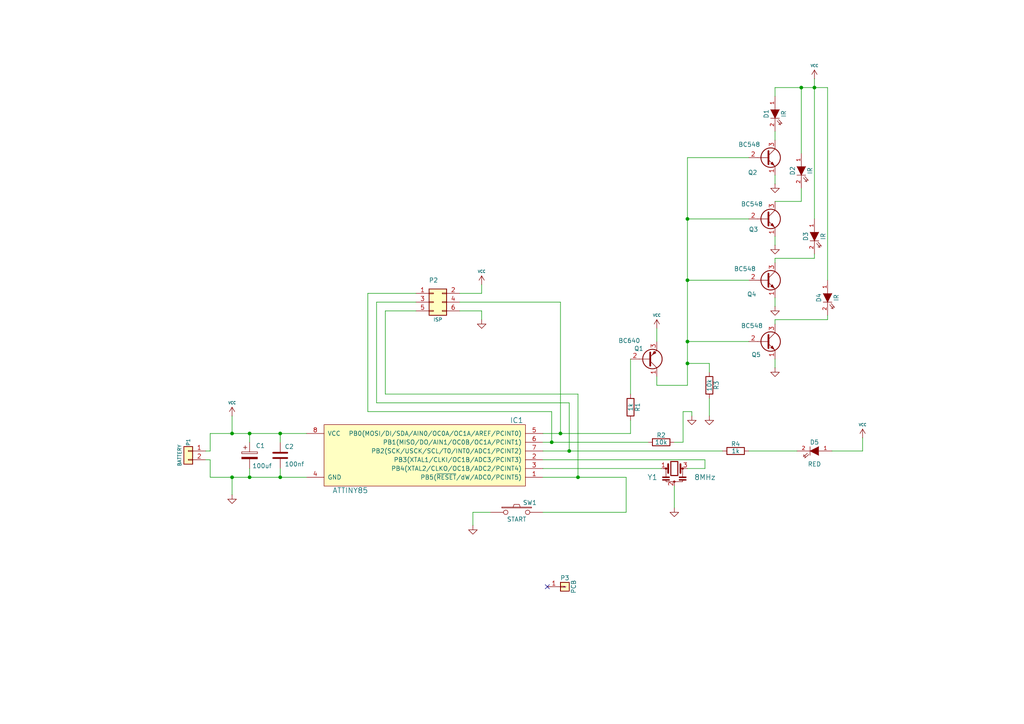
<source format=kicad_sch>
(kicad_sch (version 20250114) (generator "eeschema") (generator_version "9.0")
  (paper "A4")
  (title_block (date "2025-03-19"))
  (lib_symbols
    (symbol "Connector_Generic:Conn_01x01" (pin_names (offset 1.016) (hide yes))
      (property "Reference" "J" (at 0 2.54 0))
      (property "Value" "Conn_01x01" (at 0 -2.54 0))
      (symbol "Conn_01x01_1_1"
        (rectangle (start -1.27 1.27) (end 1.27 -1.27) (stroke (width 0.254)) (fill (type background)))
        (rectangle (start -1.27 0.127) (end 0 -0.127) (stroke (width 0.1524)))
        (pin passive line (at -5.08 0 0) (length 3.81) (name "Pin_1") (number "1"))
      )
    )
    (symbol "Connector_Generic:Conn_01x02" (pin_names (offset 1.016) (hide yes))
      (property "Reference" "J" (at 0 2.54 0))
      (property "Value" "Conn_01x02" (at 0 -5.08 0))
      (symbol "Conn_01x02_1_1"
        (rectangle (start -1.27 1.27) (end 1.27 -3.81) (stroke (width 0.254)) (fill (type background)))
        (rectangle (start -1.27 0.127) (end 0 -0.127) (stroke (width 0.1524)))
        (rectangle (start -1.27 -2.413) (end 0 -2.667) (stroke (width 0.1524)))
        (pin passive line (at -5.08 0 0) (length 3.81) (name "Pin_1") (number "1"))
        (pin passive line (at -5.08 -2.54 0) (length 3.81) (name "Pin_2") (number "2"))
      )
    )
    (symbol "Connector_Generic:Conn_02x03_Odd_Even" (pin_names (offset 1.016) (hide yes))
      (property "Reference" "J" (at 1.27 5.08 0))
      (property "Value" "Conn_02x03_Odd_Even" (at 1.27 -5.08 0))
      (symbol "Conn_02x03_Odd_Even_1_1"
        (rectangle (start -1.27 3.81) (end 3.81 -3.81) (stroke (width 0.254)) (fill (type background)))
        (rectangle (start -1.27 2.667) (end 0 2.413) (stroke (width 0.1524)))
        (rectangle (start -1.27 0.127) (end 0 -0.127) (stroke (width 0.1524)))
        (rectangle (start -1.27 -2.413) (end 0 -2.667) (stroke (width 0.1524)))
        (rectangle (start 3.81 2.667) (end 2.54 2.413) (stroke (width 0.1524)))
        (rectangle (start 3.81 0.127) (end 2.54 -0.127) (stroke (width 0.1524)))
        (rectangle (start 3.81 -2.413) (end 2.54 -2.667) (stroke (width 0.1524)))
        (pin passive line (at -5.08 2.54 0) (length 3.81) (name "Pin_1") (number "1"))
        (pin passive line (at -5.08 0 0) (length 3.81) (name "Pin_3") (number "3"))
        (pin passive line (at -5.08 -2.54 0) (length 3.81) (name "Pin_5") (number "5"))
        (pin passive line (at 7.62 2.54 180) (length 3.81) (name "Pin_2") (number "2"))
        (pin passive line (at 7.62 0 180) (length 3.81) (name "Pin_4") (number "4"))
        (pin passive line (at 7.62 -2.54 180) (length 3.81) (name "Pin_6") (number "6"))
      )
    )
    (symbol "Device:C" (pin_numbers (hide yes)) (pin_names (offset 0.254))
      (property "Reference" "C" (at 0.635 2.54 0))
      (property "Value" "C" (at 0.635 -2.54 0))
      (symbol "C_0_1"
        (polyline (pts (xy -2.032 0.762) (xy 2.032 0.762)) (stroke (width 0.508)))
        (polyline (pts (xy -2.032 -0.762) (xy 2.032 -0.762)) (stroke (width 0.508)))
      )
      (symbol "C_1_1"
        (pin passive line (at 0 3.81 270) (length 2.794) (name "~") (number "1"))
        (pin passive line (at 0 -3.81 90) (length 2.794) (name "~") (number "2"))
      )
    )
    (symbol "Device:C_Polarized" (pin_numbers (hide yes)) (pin_names (offset 0.254))
      (property "Reference" "C" (at 0.635 2.54 0))
      (property "Value" "C_Polarized" (at 0.635 -2.54 0))
      (symbol "C_Polarized_0_1"
        (rectangle (start -2.286 0.508) (end 2.286 1.016))
        (polyline (pts (xy -1.778 2.286) (xy -0.762 2.286)))
        (polyline (pts (xy -1.27 2.794) (xy -1.27 1.778)))
        (rectangle (start 2.286 -0.508) (end -2.286 -1.016) (fill (type outline)))
      )
      (symbol "C_Polarized_1_1"
        (pin passive line (at 0 3.81 270) (length 2.794) (name "~") (number "1"))
        (pin passive line (at 0 -3.81 90) (length 2.794) (name "~") (number "2"))
      )
    )
    (symbol "Device:R" (pin_numbers (hide yes)) (pin_names (offset 0))
      (property "Reference" "R" (at 2.032 0 90))
      (property "Value" "R" (at 0 0 90))
      (symbol "R_0_1"
        (rectangle (start -1.016 -2.54) (end 1.016 2.54) (stroke (width 0.254)))
      )
      (symbol "R_1_1"
        (pin passive line (at 0 3.81 270) (length 1.27) (name "~") (number "1"))
        (pin passive line (at 0 -3.81 90) (length 1.27) (name "~") (number "2"))
      )
    )
    (symbol "Device:Resonator" (pin_names (offset 1.016) (hide yes))
      (property "Reference" "Y" (at 0 5.715 0))
      (property "Value" "Resonator" (at 0 3.81 0))
      (symbol "Resonator_0_1"
        (rectangle (start -3.429 -2.413) (end -1.397 -2.667) (fill (type outline)))
        (rectangle (start -3.429 -3.175) (end -1.397 -3.429) (fill (type outline)))
        (circle (center -2.413 0) (radius 0.254) (fill (type outline)))
        (polyline (pts (xy -2.413 -2.413) (xy -2.413 0)))
        (polyline (pts (xy -1.905 0) (xy -3.175 0)))
        (polyline (pts (xy -1.778 -1.27) (xy -1.778 1.27)) (stroke (width 0.508)))
        (rectangle (start -1.016 2.032) (end 1.016 -2.032) (stroke (width 0.3048)))
        (circle (center 0 -3.81) (radius 0.254) (fill (type outline)))
        (rectangle (start 1.397 -2.413) (end 3.429 -2.667) (fill (type outline)))
        (rectangle (start 1.397 -3.175) (end 3.429 -3.429) (fill (type outline)))
        (polyline (pts (xy 1.778 -1.27) (xy 1.778 1.27)) (stroke (width 0.508)))
        (polyline (pts (xy 1.905 0) (xy 2.54 0)))
        (polyline (pts (xy 2.413 0) (xy 2.413 -2.54)))
        (circle (center 2.413 0) (radius 0.254) (fill (type outline)))
        (polyline (pts (xy 2.413 -3.302) (xy 2.413 -3.81) (xy -2.413 -3.81) (xy -2.413 -3.302)))
      )
      (symbol "Resonator_1_1"
        (pin passive line (at -3.81 0 0) (length 1.27) (name "1") (number "1"))
        (pin passive line (at 0 -5.08 90) (length 1.27) (name "2") (number "2"))
        (pin passive line (at 3.81 0 180) (length 1.27) (name "3") (number "3"))
      )
    )
    (symbol "Transistor_BJT:BC212" (pin_names (offset 0) (hide yes))
      (property "Reference" "Q" (at 5.08 1.905 0))
      (property "Value" "BC212" (at 5.08 0 0))
      (symbol "BC212_0_1"
        (polyline (pts (xy -2.54 0) (xy 0.635 0)))
        (polyline (pts (xy 0.635 1.905) (xy 0.635 -1.905)) (stroke (width 0.508)))
        (polyline (pts (xy 0.635 0.635) (xy 2.54 2.54)))
        (polyline (pts (xy 0.635 -0.635) (xy 2.54 -2.54)))
        (circle (center 1.27 0) (radius 2.8194) (stroke (width 0.254)))
        (polyline (pts (xy 2.286 -1.778) (xy 1.778 -2.286) (xy 1.27 -1.27) (xy 2.286 -1.778)) (fill (type outline)))
      )
      (symbol "BC212_1_1"
        (pin input line (at -5.08 0 0) (length 2.54) (name "B") (number "2"))
        (pin passive line (at 2.54 5.08 270) (length 2.54) (name "C") (number "1"))
        (pin passive line (at 2.54 -5.08 90) (length 2.54) (name "E") (number "3"))
      )
    )
    (symbol "Transistor_BJT:Q_NPN_EBC" (pin_names (offset 0) (hide yes))
      (property "Reference" "Q" (at 5.08 1.27 0))
      (property "Value" "Q_NPN_EBC" (at 5.08 -1.27 0))
      (symbol "Q_NPN_EBC_0_1"
        (polyline (pts (xy -2.54 0) (xy 0.635 0)))
        (polyline (pts (xy 0.635 1.905) (xy 0.635 -1.905)) (stroke (width 0.508)))
        (circle (center 1.27 0) (radius 2.8194) (stroke (width 0.254)))
      )
      (symbol "Q_NPN_EBC_1_1"
        (polyline (pts (xy 0.635 0.635) (xy 2.54 2.54)))
        (polyline (pts (xy 0.635 -0.635) (xy 2.54 -2.54)))
        (polyline (pts (xy 1.27 -1.778) (xy 1.778 -1.27) (xy 2.286 -2.286) (xy 1.27 -1.778)) (fill (type outline)))
        (pin input line (at -5.08 0 0) (length 2.54) (name "B") (number "2"))
        (pin passive line (at 2.54 5.08 270) (length 2.54) (name "C") (number "3"))
        (pin passive line (at 2.54 -5.08 90) (length 2.54) (name "E") (number "1"))
      )
    )
    (symbol "matts_components:ATTINY85-P" (pin_names (offset 1.016))
      (property "Reference" "IC" (at 2.54 1.27 0))
      (property "Value" "ATTINY85-P" (at 50.8 -19.05 0))
      (symbol "ATTINY85-P_0_1"
        (rectangle (start 0 0) (end 58.42 -17.78) (fill (type background)))
      )
      (symbol "ATTINY85-P_1_1"
        (pin bidirectional line (at -5.08 -2.54 0) (length 5.08) (name "PB0(MOSI/DI/SDA/AIN0/OC0A/OC1A/AREF/PCINT0)") (number "5"))
        (pin bidirectional line (at -5.08 -5.08 0) (length 5.08) (name "PB1(MISO/DO/AIN1/OC0B/OC1A/PCINT1)") (number "6"))
        (pin bidirectional line (at -5.08 -7.62 0) (length 5.08) (name "PB2(SCK/USCK/SCL/T0/INT0/ADC1/PCINT2)") (number "7"))
        (pin bidirectional line (at -5.08 -10.16 0) (length 5.08) (name "PB3(XTAL1/CLKI/OC1B/ADC3/PCINT3)") (number "2"))
        (pin bidirectional line (at -5.08 -12.7 0) (length 5.08) (name "PB4(XTAL2/CLKO/OC1B/ADC2/PCINT4)") (number "3"))
        (pin bidirectional line (at -5.08 -15.24 0) (length 5.08) (name "PB5(~{RESET}/dW/ADC0/PCINT5)") (number "1"))
        (pin power_in line (at 63.5 -2.54 180) (length 5.08) (name "VCC") (number "8"))
        (pin power_in line (at 63.5 -15.24 180) (length 5.08) (name "GND") (number "4"))
      )
    )
    (symbol "matts_components:LED" (pin_names (offset 1.016) (hide yes))
      (property "Reference" "D" (at 0 2.54 0))
      (property "Value" "LED" (at 0 -2.54 0))
      (symbol "LED_0_1"
        (polyline (pts (xy -2.032 -0.635) (xy -3.175 -1.651) (xy -3.048 -1.016)))
        (polyline (pts (xy -1.651 -1.016) (xy -2.794 -2.032) (xy -2.667 -1.397)))
        (polyline (pts (xy -1.27 1.27) (xy -1.27 -1.27)))
        (polyline (pts (xy 1.27 1.27) (xy -1.27 0) (xy 1.27 -1.27)) (fill (type outline)))
      )
      (symbol "LED_1_1"
        (pin passive line (at -5.08 0 0) (length 3.81) (name "K") (number "2"))
        (pin passive line (at 5.08 0 180) (length 3.81) (name "A") (number "1"))
      )
    )
    (symbol "matts_components:SW_PUSH" (pin_numbers (hide yes)) (pin_names (offset 1.016) (hide yes))
      (property "Reference" "SW" (at 3.81 2.794 0))
      (property "Value" "SW_PUSH" (at 0 -2.032 0))
      (symbol "SW_PUSH_0_1"
        (rectangle (start -4.318 1.27) (end 4.318 1.524))
        (polyline (pts (xy -1.016 1.524) (xy -0.762 2.286) (xy 0.762 2.286) (xy 1.016 1.524)))
        (pin passive inverted (at -7.62 0 0) (length 5.08) (name "1") (number "1"))
        (pin passive inverted (at 7.62 0 180) (length 5.08) (name "2") (number "2"))
      )
    )
    (symbol "power:GND" (power) (pin_numbers (hide yes)) (pin_names (offset 0) (hide yes))
      (property "Value" "GND" (at 0 -3.81 0))
      (symbol "GND_0_1"
        (polyline (pts (xy 0 0) (xy 0 -1.27) (xy 1.27 -1.27) (xy 0 -2.54) (xy -1.27 -1.27) (xy 0 -1.27)))
      )
      (symbol "GND_1_1"
        (pin power_in line (at 0 0 270) (length 0) (name "~") (number "1"))
      )
    )
    (symbol "power:VCC" (power) (pin_numbers (hide yes)) (pin_names (offset 0) (hide yes))
      (property "Value" "VCC" (at 0 3.556 0))
      (symbol "VCC_0_1"
        (polyline (pts (xy -0.762 1.27) (xy 0 2.54)))
        (polyline (pts (xy 0 2.54) (xy 0.762 1.27)))
        (polyline (pts (xy 0 0) (xy 0 2.54)))
      )
      (symbol "VCC_1_1"
        (pin power_in line (at 0 0 90) (length 0) (name "~") (number "1"))
      )
    )
  )
  (junction (at 160.02 128.27))
  (junction (at 67.31 125.73))
  (junction (at 72.39 125.73))
  (junction (at 81.28 125.73))
  (junction (at 199.39 99.06))
  (junction (at 72.39 138.43))
  (junction (at 236.22 25.4))
  (junction (at 81.28 138.43))
  (junction (at 232.41 25.4))
  (junction (at 165.1 130.81))
  (junction (at 162.56 125.73))
  (junction (at 199.39 81.28))
  (junction (at 199.39 63.5))
  (junction (at 67.31 138.43))
  (junction (at 167.64 138.43))
  (junction (at 199.39 105.41))
  (no_connect (at 158.75 170.18))
  (wire (pts (xy 157.48 135.89) (xy 191.77 135.89)))
  (wire (pts (xy 60.96 133.35) (xy 60.96 138.43)))
  (wire (pts (xy 181.61 148.59) (xy 157.48 148.59)))
  (wire (pts (xy 232.41 58.42) (xy 232.41 54.61)))
  (wire (pts (xy 200.66 119.38) (xy 198.12 119.38)))
  (wire (pts (xy 67.31 138.43) (xy 72.39 138.43)))
  (wire (pts (xy 60.96 138.43) (xy 67.31 138.43)))
  (wire (pts (xy 72.39 135.89) (xy 72.39 138.43)))
  (wire (pts (xy 72.39 125.73) (xy 67.31 125.73)))
  (wire (pts (xy 224.79 25.4) (xy 232.41 25.4)))
  (wire (pts (xy 217.17 130.81) (xy 231.14 130.81)))
  (wire (pts (xy 106.68 85.09) (xy 120.65 85.09)))
  (wire (pts (xy 165.1 116.84) (xy 165.1 130.81)))
  (wire (pts (xy 109.22 116.84) (xy 165.1 116.84)))
  (wire (pts (xy 182.88 104.14) (xy 182.88 114.3)))
  (wire (pts (xy 224.79 40.64) (xy 224.79 38.1)))
  (wire (pts (xy 205.74 107.95) (xy 205.74 105.41)))
  (wire (pts (xy 224.79 88.9) (xy 224.79 86.36)))
  (wire (pts (xy 198.12 119.38) (xy 198.12 128.27)))
  (wire (pts (xy 109.22 87.63) (xy 120.65 87.63)))
  (wire (pts (xy 199.39 81.28) (xy 199.39 63.5)))
  (wire (pts (xy 133.35 85.09) (xy 139.7 85.09)))
  (wire (pts (xy 67.31 125.73) (xy 67.31 120.65)))
  (wire (pts (xy 181.61 138.43) (xy 181.61 148.59)))
  (wire (pts (xy 162.56 87.63) (xy 162.56 125.73)))
  (wire (pts (xy 160.02 128.27) (xy 187.96 128.27)))
  (wire (pts (xy 133.35 90.17) (xy 139.7 90.17)))
  (wire (pts (xy 157.48 133.35) (xy 204.47 133.35)))
  (wire (pts (xy 162.56 125.73) (xy 157.48 125.73)))
  (wire (pts (xy 217.17 45.72) (xy 199.39 45.72)))
  (wire (pts (xy 240.03 25.4) (xy 240.03 81.28)))
  (wire (pts (xy 195.58 140.97) (xy 195.58 147.32)))
  (wire (pts (xy 81.28 138.43) (xy 88.9 138.43)))
  (wire (pts (xy 88.9 125.73) (xy 81.28 125.73)))
  (wire (pts (xy 199.39 135.89) (xy 204.47 135.89)))
  (wire (pts (xy 111.76 114.3) (xy 111.76 90.17)))
  (wire (pts (xy 81.28 125.73) (xy 81.28 128.27)))
  (wire (pts (xy 59.69 133.35) (xy 60.96 133.35)))
  (wire (pts (xy 241.3 130.81) (xy 250.19 130.81)))
  (wire (pts (xy 236.22 25.4) (xy 236.22 22.86)))
  (wire (pts (xy 199.39 63.5) (xy 199.39 45.72)))
  (wire (pts (xy 199.39 105.41) (xy 199.39 99.06)))
  (wire (pts (xy 217.17 99.06) (xy 199.39 99.06)))
  (wire (pts (xy 232.41 25.4) (xy 236.22 25.4)))
  (wire (pts (xy 224.79 27.94) (xy 224.79 25.4)))
  (wire (pts (xy 217.17 81.28) (xy 199.39 81.28)))
  (wire (pts (xy 139.7 85.09) (xy 139.7 82.55)))
  (wire (pts (xy 224.79 93.98) (xy 224.79 92.71)))
  (wire (pts (xy 224.79 106.68) (xy 224.79 104.14)))
  (wire (pts (xy 236.22 25.4) (xy 240.03 25.4)))
  (wire (pts (xy 60.96 125.73) (xy 60.96 130.81)))
  (wire (pts (xy 250.19 130.81) (xy 250.19 127)))
  (wire (pts (xy 111.76 90.17) (xy 120.65 90.17)))
  (wire (pts (xy 137.16 148.59) (xy 137.16 152.4)))
  (wire (pts (xy 167.64 114.3) (xy 111.76 114.3)))
  (wire (pts (xy 205.74 105.41) (xy 199.39 105.41)))
  (wire (pts (xy 224.79 74.93) (xy 236.22 74.93)))
  (wire (pts (xy 200.66 120.65) (xy 200.66 119.38)))
  (wire (pts (xy 204.47 133.35) (xy 204.47 135.89)))
  (wire (pts (xy 198.12 128.27) (xy 195.58 128.27)))
  (wire (pts (xy 142.24 148.59) (xy 137.16 148.59)))
  (wire (pts (xy 72.39 125.73) (xy 72.39 128.27)))
  (wire (pts (xy 224.79 74.93) (xy 224.79 76.2)))
  (wire (pts (xy 224.79 53.34) (xy 224.79 50.8)))
  (wire (pts (xy 190.5 111.76) (xy 199.39 111.76)))
  (wire (pts (xy 157.48 128.27) (xy 160.02 128.27)))
  (wire (pts (xy 190.5 99.06) (xy 190.5 95.25)))
  (wire (pts (xy 81.28 135.89) (xy 81.28 138.43)))
  (wire (pts (xy 167.64 138.43) (xy 181.61 138.43)))
  (wire (pts (xy 236.22 73.66) (xy 236.22 74.93)))
  (wire (pts (xy 109.22 87.63) (xy 109.22 116.84)))
  (wire (pts (xy 67.31 125.73) (xy 60.96 125.73)))
  (wire (pts (xy 236.22 63.5) (xy 236.22 25.4)))
  (wire (pts (xy 72.39 138.43) (xy 81.28 138.43)))
  (wire (pts (xy 67.31 143.51) (xy 67.31 138.43)))
  (wire (pts (xy 240.03 92.71) (xy 240.03 91.44)))
  (wire (pts (xy 106.68 119.38) (xy 106.68 85.09)))
  (wire (pts (xy 133.35 87.63) (xy 162.56 87.63)))
  (wire (pts (xy 81.28 125.73) (xy 72.39 125.73)))
  (wire (pts (xy 182.88 125.73) (xy 162.56 125.73)))
  (wire (pts (xy 199.39 99.06) (xy 199.39 81.28)))
  (wire (pts (xy 205.74 115.57) (xy 205.74 120.65)))
  (wire (pts (xy 199.39 111.76) (xy 199.39 105.41)))
  (wire (pts (xy 182.88 121.92) (xy 182.88 125.73)))
  (wire (pts (xy 167.64 138.43) (xy 167.64 114.3)))
  (wire (pts (xy 224.79 92.71) (xy 240.03 92.71)))
  (wire (pts (xy 217.17 63.5) (xy 199.39 63.5)))
  (wire (pts (xy 232.41 44.45) (xy 232.41 25.4)))
  (wire (pts (xy 157.48 130.81) (xy 165.1 130.81)))
  (wire (pts (xy 160.02 119.38) (xy 106.68 119.38)))
  (wire (pts (xy 160.02 128.27) (xy 160.02 119.38)))
  (wire (pts (xy 165.1 130.81) (xy 209.55 130.81)))
  (wire (pts (xy 190.5 111.76) (xy 190.5 109.22)))
  (wire (pts (xy 224.79 58.42) (xy 232.41 58.42)))
  (wire (pts (xy 157.48 138.43) (xy 167.64 138.43)))
  (wire (pts (xy 224.79 71.12) (xy 224.79 68.58)))
  (wire (pts (xy 139.7 92.71) (xy 139.7 90.17)))
  (wire (pts (xy 59.69 130.81) (xy 60.96 130.81)))
  (symbol (lib_id "Device:C") (at 81.28 132.08 0) (unit 1)
    (property "Reference" "C2" (at 82.55 129.54 0) (effects (justify left)))
    (property "Value" "100nf" (at 82.55 134.62 0) (effects (justify left)))
    (property "Footprint" "REInnovationFootprint:C1_wide_lg_pad" (effects (hide yes)))
    (property "Description" "Unpolarized capacitor" (effects (hide yes)))
  )
  (symbol (lib_id "Device:R") (at 213.36 130.81 90) (unit 1)
    (property "Reference" "R4" (at 213.36 128.778 90))
    (property "Value" "1k" (at 213.36 130.81 90))
    (property "Footprint" "REInnovationFootprint:TH_Resistor_1" (effects (hide yes)))
    (property "Description" "Resistor" (effects (hide yes)))
  )
  (symbol (lib_id "Device:R") (at 182.88 118.11 0) (unit 1)
    (property "Reference" "R1" (at 184.912 118.11 90))
    (property "Value" "1k" (at 182.88 118.11 90))
    (property "Footprint" "REInnovationFootprint:TH_Resistor_1" (effects (hide yes)))
    (property "Description" "Resistor" (effects (hide yes)))
  )
  (symbol (lib_id "Connector_Generic:Conn_01x02") (at 54.61 130.81 0) (mirror y) (unit 1)
    (property "Reference" "P1" (at 54.61 128.27 90) (effects (font (size 1.016 1.016))))
    (property "Value" "BATTERY" (at 52.07 132.08 90) (effects (font (size 1.016 1.016))))
    (property "Footprint" "REInnovationFootprint:Batt_Connector_Strain_Relief" (effects (hide yes)))
    (property "Description" "Generic connector, single row, 01x02, script generated (kicad-library-utils/schlib/autogen/connector/)" (effects (hide yes)))
  )
  (symbol (lib_id "matts_components:SW_PUSH") (at 149.86 148.59 0) (unit 1)
    (property "Reference" "SW1" (at 153.67 145.796 0))
    (property "Value" "START" (at 149.86 150.622 0))
    (property "Footprint" "REInnovationFootprint:SW_PUSH_SMALL_lg_pad" (effects (hide yes)))
  )
  (symbol (lib_id "matts_components:LED") (at 224.79 33.02 90) (unit 1)
    (property "Reference" "D1" (at 222.25 33.02 0))
    (property "Value" "IR" (at 227.33 33.02 0))
    (property "Footprint" "REInnovationFootprint:LED-5MM_larg_pad" (effects (hide yes)))
  )
  (symbol (lib_id "matts_components:LED") (at 232.41 49.53 90) (unit 1)
    (property "Reference" "D2" (at 229.87 49.53 0))
    (property "Value" "IR" (at 234.95 49.53 0))
    (property "Footprint" "REInnovationFootprint:LED-5MM_larg_pad" (effects (hide yes)))
  )
  (symbol (lib_id "matts_components:LED") (at 236.22 68.58 90) (unit 1)
    (property "Reference" "D3" (at 233.68 68.58 0))
    (property "Value" "IR" (at 238.76 68.58 0))
    (property "Footprint" "REInnovationFootprint:LED-5MM_larg_pad" (effects (hide yes)))
  )
  (symbol (lib_id "matts_components:LED") (at 240.03 86.36 90) (unit 1)
    (property "Reference" "D4" (at 237.49 86.36 0))
    (property "Value" "IR" (at 242.57 86.36 0))
    (property "Footprint" "REInnovationFootprint:LED-5MM_larg_pad" (effects (hide yes)))
  )
  (symbol (lib_id "matts_components:LED") (at 236.22 130.81 0) (unit 1)
    (property "Reference" "D5" (at 236.22 128.27 0))
    (property "Value" "RED" (at 236.22 134.62 0))
    (property "Footprint" "REInnovationFootprint:LED-5MM_larg_pad" (effects (hide yes)))
  )
  (symbol (lib_id "matts_components:ATTINY85-P") (at 152.4 123.19 0) (mirror y) (unit 1)
    (property "Reference" "IC1" (at 149.86 121.92 0) (effects (font (size 1.524 1.524))))
    (property "Value" "ATTINY85" (at 101.6 142.24 0) (effects (font (size 1.524 1.524))))
    (property "Footprint" "REInnovationFootprint:DIP-8__300_ELL" (effects (hide yes)))
  )
  (symbol (lib_id "Device:Resonator") (at 195.58 135.89 0) (unit 1)
    (property "Reference" "Y1" (at 189.23 138.43 0) (effects (font (size 1.524 1.524))))
    (property "Value" "8MHz" (at 204.47 138.43 0) (effects (font (size 1.524 1.524))))
    (property "Footprint" "REInnovationFootprint:SIL-3_lg_pad" (effects (hide yes)))
    (property "Description" "Three pin ceramic resonator" (effects (hide yes)))
  )
  (symbol (lib_id "power:GND") (at 67.31 143.51 0) (unit 1)
    (property "Reference" "#PWR015" (effects (hide yes)))
    (property "Value" "GND" (effects (hide yes)))
    (property "Description" "Power symbol creates a global label with name \"GND\" , ground" (effects (hide yes)))
  )
  (symbol (lib_id "power:VCC") (at 67.31 120.65 0) (unit 1)
    (property "Reference" "#PWR014" (effects (hide yes)))
    (property "Value" "VCC" (at 67.31 116.84 0) (effects (font (size 0.762 0.762))))
    (property "Description" "Power symbol creates a global label with name \"VCC\"" (effects (hide yes)))
  )
  (symbol (lib_id "power:GND") (at 195.58 147.32 0) (unit 1)
    (property "Reference" "#PWR013" (effects (hide yes)))
    (property "Value" "GND" (effects (hide yes)))
    (property "Description" "Power symbol creates a global label with name \"GND\" , ground" (effects (hide yes)))
  )
  (symbol (lib_id "power:GND") (at 137.16 152.4 0) (unit 1)
    (property "Reference" "#PWR012" (effects (hide yes)))
    (property "Value" "GND" (effects (hide yes)))
    (property "Description" "Power symbol creates a global label with name \"GND\" , ground" (effects (hide yes)))
  )
  (symbol (lib_id "power:GND") (at 224.79 53.34 0) (unit 1)
    (property "Reference" "#PWR09" (effects (hide yes)))
    (property "Value" "GND" (effects (hide yes)))
    (property "Description" "Power symbol creates a global label with name \"GND\" , ground" (effects (hide yes)))
  )
  (symbol (lib_id "power:GND") (at 224.79 71.12 0) (unit 1)
    (property "Reference" "#PWR07" (effects (hide yes)))
    (property "Value" "GND" (effects (hide yes)))
    (property "Description" "Power symbol creates a global label with name \"GND\" , ground" (effects (hide yes)))
  )
  (symbol (lib_id "power:GND") (at 224.79 88.9 0) (unit 1)
    (property "Reference" "#PWR06" (effects (hide yes)))
    (property "Value" "GND" (effects (hide yes)))
    (property "Description" "Power symbol creates a global label with name \"GND\" , ground" (effects (hide yes)))
  )
  (symbol (lib_id "power:GND") (at 224.79 106.68 0) (unit 1)
    (property "Reference" "#PWR05" (effects (hide yes)))
    (property "Value" "GND" (effects (hide yes)))
    (property "Description" "Power symbol creates a global label with name \"GND\" , ground" (effects (hide yes)))
  )
  (symbol (lib_id "Device:R") (at 205.74 111.76 0) (unit 1)
    (property "Reference" "R3" (at 207.772 111.76 90))
    (property "Value" "10k" (at 205.74 111.76 90))
    (property "Footprint" "REInnovationFootprint:TH_Resistor_1" (effects (hide yes)))
    (property "Description" "Resistor" (effects (hide yes)))
  )
  (symbol (lib_id "Device:R") (at 191.77 128.27 90) (unit 1)
    (property "Reference" "R2" (at 191.77 126.238 90))
    (property "Value" "10k" (at 191.77 128.27 90))
    (property "Footprint" "REInnovationFootprint:TH_Resistor_1" (effects (hide yes)))
    (property "Description" "Resistor" (effects (hide yes)))
  )
  (symbol (lib_id "power:GND") (at 205.74 120.65 0) (unit 1)
    (property "Reference" "#PWR04" (effects (hide yes)))
    (property "Value" "GND" (effects (hide yes)))
    (property "Description" "Power symbol creates a global label with name \"GND\" , ground" (effects (hide yes)))
  )
  (symbol (lib_id "power:GND") (at 200.66 120.65 0) (unit 1)
    (property "Reference" "#PWR03" (effects (hide yes)))
    (property "Value" "GND" (effects (hide yes)))
    (property "Description" "Power symbol creates a global label with name \"GND\" , ground" (effects (hide yes)))
  )
  (symbol (lib_id "Connector_Generic:Conn_02x03_Odd_Even") (at 125.73 87.63 0) (unit 1)
    (property "Reference" "P2" (at 125.73 81.28 0))
    (property "Value" "ISP" (at 127 92.71 0) (effects (font (size 1.016 1.016))))
    (property "Footprint" "REInnovationFootprint:TH3x2_ISP" (effects (hide yes)))
    (property "Description" "Generic connector, double row, 02x03, odd/even pin numbering scheme (row 1 odd numbers, row 2 even numbers), script generated (kicad-library-utils/schlib/autogen/connector/)" (effects (hide yes)))
  )
  (symbol (lib_id "power:GND") (at 139.7 92.71 0) (unit 1)
    (property "Reference" "#PWR01" (effects (hide yes)))
    (property "Value" "GND" (effects (hide yes)))
    (property "Description" "Power symbol creates a global label with name \"GND\" , ground" (effects (hide yes)))
  )
  (symbol (lib_id "Connector_Generic:Conn_01x01") (at 163.83 170.18 0) (unit 1)
    (property "Reference" "P3" (at 163.83 167.64 0))
    (property "Value" "PCB" (at 166.37 170.18 90))
    (property "Footprint" "CuriousElectric3:TV_B_Gone_ML_v1_3_PCB" (effects (hide yes)))
    (property "Datasheet" "~" (at 163.83 170.18 0) (effects (font (size 1.524 1.524))))
    (property "Description" "Generic connector, single row, 01x01, script generated (kicad-library-utils/schlib/autogen/connector/)" (effects (hide yes)))
  )
  (symbol (lib_id "power:VCC") (at 139.7 82.55 0) (unit 1)
    (property "Reference" "#PWR0101" (effects (hide yes)))
    (property "Value" "VCC" (at 139.7 78.74 0) (effects (font (size 0.762 0.762))))
    (property "Description" "Power symbol creates a global label with name \"VCC\"" (effects (hide yes)))
  )
  (symbol (lib_id "power:VCC") (at 236.22 22.86 0) (unit 1)
    (property "Reference" "#PWR0102" (effects (hide yes)))
    (property "Value" "VCC" (at 236.22 19.05 0) (effects (font (size 0.762 0.762))))
    (property "Description" "Power symbol creates a global label with name \"VCC\"" (effects (hide yes)))
  )
  (symbol (lib_id "power:VCC") (at 250.19 127 0) (unit 1)
    (property "Reference" "#PWR0103" (effects (hide yes)))
    (property "Value" "VCC" (at 250.19 123.19 0) (effects (font (size 0.762 0.762))))
    (property "Description" "Power symbol creates a global label with name \"VCC\"" (effects (hide yes)))
  )
  (symbol (lib_id "power:VCC") (at 190.5 95.25 0) (unit 1)
    (property "Reference" "#PWR0104" (effects (hide yes)))
    (property "Value" "VCC" (at 190.5 91.44 0) (effects (font (size 0.762 0.762))))
    (property "Description" "Power symbol creates a global label with name \"VCC\"" (effects (hide yes)))
  )
  (symbol (lib_id "Transistor_BJT:Q_NPN_EBC") (at 222.25 45.72 0) (unit 1)
    (property "Reference" "Q2" (at 216.916 50.038 0) (effects (justify left)))
    (property "Value" "BC548" (at 214.122 41.91 0) (effects (justify left)))
    (property "Footprint" "REInnovationFootprint:TO92-EBC_large_pad" (effects (hide yes)))
    (property "Description" "NPN transistor, emitter/base/collector" (effects (hide yes)))
  )
  (symbol (lib_id "Device:C_Polarized") (at 72.39 132.08 0) (unit 1)
    (property "Reference" "C1" (at 74.168 129.286 0) (effects (justify left)))
    (property "Value" "100uf" (at 73.152 135.128 0) (effects (justify left)))
    (property "Footprint" "REInnovationFootprint:C_1V7_TH" (effects (hide yes)))
    (property "Description" "Polarized capacitor" (effects (hide yes)))
  )
  (symbol (lib_id "Transistor_BJT:Q_NPN_EBC") (at 222.25 81.28 0) (unit 1)
    (property "Reference" "Q4" (at 216.662 85.344 0) (effects (justify left)))
    (property "Value" "BC548" (at 212.852 77.978 0) (effects (justify left)))
    (property "Footprint" "REInnovationFootprint:TO92-EBC_large_pad" (effects (hide yes)))
    (property "Description" "NPN transistor, emitter/base/collector" (effects (hide yes)))
  )
  (symbol (lib_id "Transistor_BJT:Q_NPN_EBC") (at 222.25 99.06 0) (unit 1)
    (property "Reference" "Q5" (at 217.932 102.87 0) (effects (justify left)))
    (property "Value" "BC548" (at 214.884 94.488 0) (effects (justify left)))
    (property "Footprint" "REInnovationFootprint:TO92-EBC_large_pad" (effects (hide yes)))
    (property "Description" "NPN transistor, emitter/base/collector" (effects (hide yes)))
  )
  (symbol (lib_id "Transistor_BJT:BC212") (at 187.96 104.14 0) (mirror x) (unit 1)
    (property "Reference" "Q1" (at 183.896 101.092 0) (effects (justify left)))
    (property "Value" "BC640" (at 179.324 98.806 0) (effects (justify left)))
    (property "Footprint" "Package_TO_SOT_THT:TO-92_Inline" (effects (hide yes)))
    (property "Datasheet" "https://media.digikey.com/pdf/Data%20Sheets/Fairchild%20PDFs/BC212.pdf" (effects (hide yes)))
    (property "Description" "0.3A Ic, 50V Vce, PNP Transistor, TO-92" (effects (hide yes)))
  )
  (symbol (lib_id "Transistor_BJT:Q_NPN_EBC") (at 222.25 63.5 0) (unit 1)
    (property "Reference" "Q3" (at 217.17 66.548 0) (effects (justify left)))
    (property "Value" "BC548" (at 214.884 59.182 0) (effects (justify left)))
    (property "Footprint" "REInnovationFootprint:TO92-EBC_large_pad" (effects (hide yes)))
    (property "Description" "NPN transistor, emitter/base/collector" (effects (hide yes)))
  )
)
</source>
